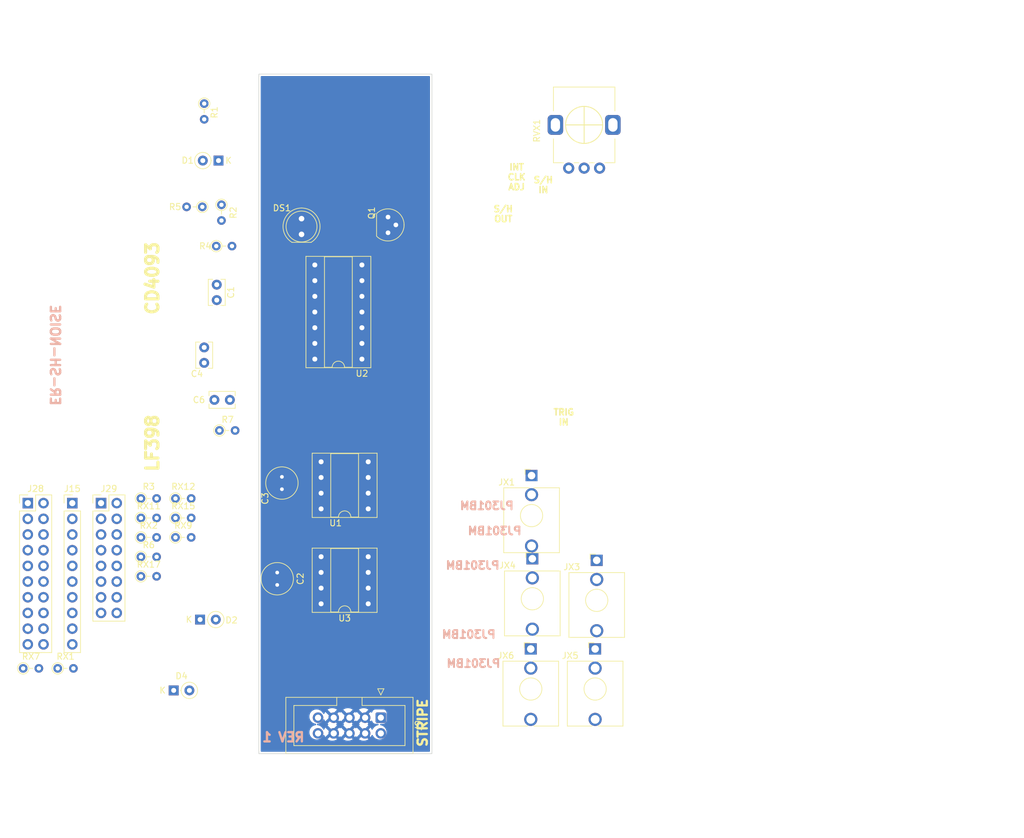
<source format=kicad_pcb>
(kicad_pcb (version 20211014) (generator pcbnew)
  (title_block (title "SYNTH-MIXER6-01") (date "2022-09-30") (rev "1") (company "LAND BOARDS, LLC"))
  (layers (0 "F.Cu" signal) (31 "B.Cu" signal) (34 "B.Paste" user) (35 "F.Paste" user) (36 "B.SilkS" user "B.Silkscreen") (37 "F.SilkS" user "F.Silkscreen") (38 "B.Mask" user) (39 "F.Mask" user) (44 "Edge.Cuts" user))
  (net 0 "")
  (net 1 "+12V")
  (net 2 "-12V")
  (net 3 "/POT1-2")
  (net 4 "Net-(C3-Pad1)")
  (net 5 "Net-(C6-Pad2)")
  (net 6 "/J1-T")
  (net 7 "Net-(C2-Pad1)")
  (net 8 "Net-(D1-Pad2)")
  (net 9 "Net-(D2-Pad1)")
  (net 10 "Net-(C6-Pad1)")
  (net 11 "GND")
  (net 12 "/LED-")
  (net 15 "/SAM_CLK")
  (net 17 "/INT_CLK")
  (net 20 "Net-(DS1-Pad2)")
  (net 27 "/SH_OUT_2")
  (net 28 "/SH_OUT2")
  (net 29 "Net-(R5-Pad2)")
  (net 31 "Net-(U2-Pad10)")
  (net 32 "-12VA")
  (net 33 "+12VA")
  (net 46 "/J4-T")
  (net 48 "/J6-T")
  (net 50 "/J3-T")
  (net 52 "/J5-T")
  (net 53 "Net-(JX1-PadT)")
  (net 54 "Net-(JX1-PadTN)")
  (net 55 "Net-(JX3-PadT)")
  (net 56 "Net-(JX5-PadT)")
  (net 57 "Net-(Q1-Pad3)")
  (net 58 "Net-(RVX1-Pad2)")
  (footprint "Connector_PinHeader_2.54mm:PinHeader_1x10_P2.54mm_Vertical" (layer "F.Cu") (at 68.326 78.9432)
    (fp_text reference "J15" (at 0 -2.33) (layer "F.SilkS"))
    (fp_text value "Conn_01x10")
    (fp_line (start -1.33 24.19) (end 1.33 24.19) (layer "F.SilkS") (width 0.12))
    (fp_line (start -1.33 1.27) (end -1.33 24.19) (layer "F.SilkS") (width 0.12))
    (fp_line (start -1.33 1.27) (end 1.33 1.27) (layer "F.SilkS") (width 0.12))
    (fp_line (start -1.33 0) (end -1.33 -1.33) (layer "F.SilkS") (width 0.12))
    (fp_line (start 1.33 1.27) (end 1.33 24.19) (layer "F.SilkS") (width 0.12))
    (fp_line (start -1.33 -1.33) (end 0 -1.33) (layer "F.SilkS") (width 0.12))
    (pad "1" thru_hole rect (at 0 0) (size 1.7 1.7) (drill 1) (layers *.Cu *.Mask) (net 1 "+12V"))
    (pad "2" thru_hole oval (at 0 2.54) (size 1.7 1.7) (drill 1) (layers *.Cu *.Mask) (net 1 "+12V"))
    (pad "3" thru_hole oval (at 0 5.08) (size 1.7 1.7) (drill 1) (layers *.Cu *.Mask) (net 1 "+12V"))
    (pad "4" thru_hole oval (at 0 7.62) (size 1.7 1.7) (drill 1) (layers *.Cu *.Mask) (net 1 "+12V"))
    (pad "5" thru_hole oval (at 0 10.16) (size 1.7 1.7) (drill 1) (layers *.Cu *.Mask) (net 1 "+12V"))
    (pad "6" thru_hole oval (at 0 12.7) (size 1.7 1.7) (drill 1) (layers *.Cu *.Mask) (net 2 "-12V"))
    (pad "7" thru_hole oval (at 0 15.24) (size 1.7 1.7) (drill 1) (layers *.Cu *.Mask) (net 2 "-12V"))
    (pad "8" thru_hole oval (at 0 17.78) (size 1.7 1.7) (drill 1) (layers *.Cu *.Mask) (net 2 "-12V"))
    (pad "9" thru_hole oval (at 0 20.32) (size 1.7 1.7) (drill 1) (layers *.Cu *.Mask) (net 2 "-12V"))
    (pad "10" thru_hole oval (at 0 22.86) (size 1.7 1.7) (drill 1) (layers *.Cu *.Mask) (net 2 "-12V"))
  )
  (footprint "Package_DIP:DIP-8_W7.62mm_Socket_LongPads" (layer "F.Cu") (at 116.195 79.873 180)
    (fp_text reference "U1" (at 5.273192 -2.296008) (layer "F.SilkS"))
    (fp_text value "LF398_DIP8")
    (fp_line (start 9.06 -1.39) (end -1.44 -1.39) (layer "F.SilkS") (width 0.12))
    (fp_line (start 6.06 8.95) (end 6.06 -1.33) (layer "F.SilkS") (width 0.12))
    (fp_line (start 6.06 -1.33) (end 4.81 -1.33) (layer "F.SilkS") (width 0.12))
    (fp_line (start 9.06 9.01) (end 9.06 -1.39) (layer "F.SilkS") (width 0.12))
    (fp_line (start 1.56 -1.33) (end 1.56 8.95) (layer "F.SilkS") (width 0.12))
    (fp_line (start 1.56 8.95) (end 6.06 8.95) (layer "F.SilkS") (width 0.12))
    (fp_line (start -1.44 -1.39) (end -1.44 9.01) (layer "F.SilkS") (width 0.12))
    (fp_line (start 2.81 -1.33) (end 1.56 -1.33) (layer "F.SilkS") (width 0.12))
    (fp_line (start -1.44 9.01) (end 9.06 9.01) (layer "F.SilkS") (width 0.12))
    (fp_arc (start 4.81 -1.33) (mid 3.81 -0.33) (end 2.81 -1.33) (layer "F.SilkS") (width 0.12))
    (pad "1" thru_hole rect (at 0 0 180) (size 2.4 1.6) (drill 0.8) (layers *.Cu *.Mask) (net 1 "+12V"))
    (pad "2" thru_hole oval (at 0 2.54 180) (size 2.4 1.6) (drill 0.8) (layers *.Cu *.Mask))
    (pad "3" thru_hole oval (at 0 5.08 180) (size 2.4 1.6) (drill 0.8) (layers *.Cu *.Mask) (net 50 "/J3-T"))
    (pad "4" thru_hole oval (at 0 7.62 180) (size 2.4 1.6) (drill 0.8) (layers *.Cu *.Mask) (net 2 "-12V"))
    (pad "5" thru_hole oval (at 7.62 7.62 180) (size 2.4 1.6) (drill 0.8) (layers *.Cu *.Mask) (net 46 "/J4-T"))
    (pad "6" thru_hole oval (at 7.62 5.08 180) (size 2.4 1.6) (drill 0.8) (layers *.Cu *.Mask) (net 4 "Net-(C3-Pad1)"))
    (pad "7" thru_hole oval (at 7.62 2.54 180) (size 2.4 1.6) (drill 0.8) (layers *.Cu *.Mask) (net 11 "GND"))
    (pad "8" thru_hole oval (at 7.62 0 180) (size 2.4 1.6) (drill 0.8) (layers *.Cu *.Mask) (net 15 "/SAM_CLK"))
  )
  (footprint "Resistor_THT:R_Axial_DIN0204_L3.6mm_D1.6mm_P2.54mm_Vertical" (layer "F.Cu") (at 65.966 105.6932)
    (fp_text reference "RX1" (at 1.27 -1.92) (layer "F.SilkS"))
    (fp_text value "2.2K")
    (fp_line (start 0.92 0) (end 1.54 0) (layer "F.SilkS") (width 0.12))
    (fp_circle (center 0 0) (end 0.92 0) (layer "F.SilkS") (width 0.12) (fill none))
    (pad "1" thru_hole circle (at 0 0) (size 1.4 1.4) (drill 0.7) (layers *.Cu *.Mask) (net 3 "/POT1-2"))
    (pad "2" thru_hole oval (at 2.54 0) (size 1.4 1.4) (drill 0.7) (layers *.Cu *.Mask) (net 58 "Net-(RVX1-Pad2)"))
  )
  (footprint "Diode_THT:D_DO-35_SOD27_P2.54mm_Vertical_KathodeUp" (layer "F.Cu") (at 88.998315 97.79)
    (fp_text reference "D2" (at 5.083285 0.1016) (layer "F.SilkS"))
    (fp_text value "1N5218")
    (fp_text user "K" (at -1.8 0) (layer "F.SilkS"))
    (fp_line (start 1.213629 0) (end 1.1 0) (layer "F.SilkS") (width 0.12))
    (fp_circle (center 2.54 0) (end 3.866371 0) (layer "F.SilkS") (width 0.12) (fill none))
    (pad "1" thru_hole rect (at 0 0) (size 1.6 1.6) (drill 0.8) (layers *.Cu *.Mask) (net 9 "Net-(D2-Pad1)"))
    (pad "2" thru_hole oval (at 2.54 0) (size 1.6 1.6) (drill 0.8) (layers *.Cu *.Mask) (net 2 "-12V"))
  )
  (footprint "Connector_Audio:Jack_3.5mm_QingPu_WQP-PJ398SM_Vertical_CircularHoles" (layer "F.Cu") (at 142.494 102.551)
    (fp_text reference "JX6" (at -4.03 1.08 180) (layer "F.SilkS"))
    (fp_text value "PJ398")
    (fp_line (start 4.5 12.48) (end 0.5 12.48) (layer "F.SilkS") (width 0.12))
    (fp_line (start -0.35 1.98) (end -4.5 1.98) (layer "F.SilkS") (width 0.12))
    (fp_line (start -1.06 -1) (end -0.2 -1) (layer "F.SilkS") (width 0.12))
    (fp_line (start -1.06 -1) (end -1.06 -0.2) (layer "F.SilkS") (width 0.12))
    (fp_line (start -4.5 1.98) (end -4.5 12.48) (layer "F.SilkS") (width 0.12))
    (fp_line (start -0.5 12.48) (end -4.5 12.48) (layer "F.SilkS") (width 0.12))
    (fp_line (start 4.5 1.98) (end 0.35 1.98) (layer "F.SilkS") (width 0.12))
    (fp_line (start 4.5 1.98) (end 4.5 12.48) (layer "F.SilkS") (width 0.12))
    (fp_circle (center 0 6.48) (end 1.8 6.48) (layer "F.SilkS") (width 0.12) (fill none))
    (pad "S" thru_hole rect (at 0 0 180) (size 1.93 1.83) (drill 1.22) (layers *.Cu *.Mask) (net 11 "GND"))
    (pad "T" thru_hole circle (at 0 11.4 180) (size 2.13 2.13) (drill 1.43) (layers *.Cu *.Mask) (net 28 "/SH_OUT2"))
    (pad "TN" thru_hole circle (at 0 3.1 180) (size 2.13 2.13) (drill 1.42) (layers *.Cu *.Mask))
  )
  (footprint "Package_DIP:DIP-14_W7.62mm_Socket_LongPads" (layer "F.Cu") (at 115.179 55.631 180)
    (fp_text reference "U2" (at -0.01 -2.33) (layer "F.SilkS"))
    (fp_text value "CD4093")
    (fp_line (start 1.56 16.57) (end 6.06 16.57) (layer "F.SilkS") (width 0.12))
    (fp_line (start 6.06 -1.33) (end 4.81 -1.33) (layer "F.SilkS") (width 0.12))
    (fp_line (start -1.44 16.63) (end 9.06 16.63) (layer "F.SilkS") (width 0.12))
    (fp_line (start 9.06 -1.39) (end -1.44 -1.39) (layer "F.SilkS") (width 0.12))
    (fp_line (start 1.56 -1.33) (end 1.56 16.57) (layer "F.SilkS") (width 0.12))
    (fp_line (start -1.44 -1.39) (end -1.44 16.63) (layer "F.SilkS") (width 0.12))
    (fp_line (start 9.06 16.63) (end 9.06 -1.39) (layer "F.SilkS") (width 0.12))
    (fp_line (start 6.06 16.57) (end 6.06 -1.33) (layer "F.SilkS") (width 0.12))
    (fp_line (start 2.81 -1.33) (end 1.56 -1.33) (layer "F.SilkS") (width 0.12))
    (fp_arc (start 4.81 -1.33) (mid 3.81 -0.33) (end 2.81 -1.33) (layer "F.SilkS") (width 0.12))
    (pad "1" thru_hole rect (at 0 0 180) (size 2.4 1.6) (drill 0.8) (layers *.Cu *.Mask) (net 3 "/POT1-2"))
    (pad "2" thru_hole oval (at 0 2.54 180) (size 2.4 1.6) (drill 0.8) (layers *.Cu *.Mask) (net 3 "/POT1-2"))
    (pad "3" thru_hole oval (at 0 5.08 180) (size 2.4 1.6) (drill 0.8) (layers *.Cu *.Mask) (net 17 "/INT_CLK"))
    (pad "4" thru_hole oval (at 0 7.62 180) (size 2.4 1.6) (drill 0.8) (layers *.Cu *.Mask) (net 10 "Net-(C6-Pad1)"))
    (pad "5" thru_hole oval (at 0 10.16 180) (size 2.4 1.6) (drill 0.8) (layers *.Cu *.Mask) (net 57 "Net-(Q1-Pad3)"))
    (pad "6" thru_hole oval (at 0 12.7 180) (size 2.4 1.6) (drill 0.8) (layers *.Cu *.Mask) (net 57 "Net-(Q1-Pad3)"))
    (pad "7" thru_hole oval (at 0 15.24 180) (size 2.4 1.6) (drill 0.8) (layers *.Cu *.Mask) (net 11 "GND"))
    (pad "8" thru_hole oval (at 7.62 15.24 180) (size 2.4 1.6) (drill 0.8) (layers *.Cu *.Mask) (net 5 "Net-(C6-Pad2)"))
    (pad "9" thru_hole oval (at 7.62 12.7 180) (size 2.4 1.6) (drill 0.8) (layers *.Cu *.Mask) (net 5 "Net-(C6-Pad2)"))
    (pad "10" thru_hole oval (at 7.62 10.16 180) (size 2.4 1.6) (drill 0.8) (layers *.Cu *.Mask) (net 31 "Net-(U2-Pad10)"))
    (pad "11" thru_hole oval (at 7.62 7.62 180) (size 2.4 1.6) (drill 0.8) (layers *.Cu *.Mask) (net 29 "Net-(R5-Pad2)"))
    (pad "12" thru_hole oval (at 7.62 5.08 180) (size 2.4 1.6) (drill 0.8) (layers *.Cu *.Mask) (net 31 "Net-(U2-Pad10)"))
    (pad "13" thru_hole oval (at 7.62 2.54 180) (size 2.4 1.6) (drill 0.8) (layers *.Cu *.Mask) (net 31 "Net-(U2-Pad10)"))
    (pad "14" thru_hole oval (at 7.62 0 180) (size 2.4 1.6) (drill 0.8) (layers *.Cu *.Mask) (net 1 "+12V"))
  )
  (footprint "Connector_Audio:Jack_3.5mm_QingPu_WQP-PJ398SM_Vertical_CircularHoles" (layer "F.Cu") (at 152.908 102.551)
    (fp_text reference "JX5" (at -4.03 1.08 180) (layer "F.SilkS"))
    (fp_text value "PJ398")
    (fp_line (start -4.5 1.98) (end -4.5 12.48) (layer "F.SilkS") (width 0.12))
    (fp_line (start 4.5 1.98) (end 4.5 12.48) (layer "F.SilkS") (width 0.12))
    (fp_line (start -1.06 -1) (end -0.2 -1) (layer "F.SilkS") (width 0.12))
    (fp_line (start -0.5 12.48) (end -4.5 12.48) (layer "F.SilkS") (width 0.12))
    (fp_line (start 4.5 12.48) (end 0.5 12.48) (layer "F.SilkS") (width 0.12))
    (fp_line (start -0.35 1.98) (end -4.5 1.98) (layer "F.SilkS") (width 0.12))
    (fp_line (start 4.5 1.98) (end 0.35 1.98) (layer "F.SilkS") (width 0.12))
    (fp_line (start -1.06 -1) (end -1.06 -0.2) (layer "F.SilkS") (width 0.12))
    (fp_circle (center 0 6.48) (end 1.8 6.48) (layer "F.SilkS") (width 0.12) (fill none))
    (pad "S" thru_hole rect (at 0 0 180) (size 1.93 1.83) (drill 1.22) (layers *.Cu *.Mask) (net 11 "GND"))
    (pad "T" thru_hole circle (at 0 11.4 180) (size 2.13 2.13) (drill 1.43) (layers *.Cu *.Mask) (net 56 "Net-(JX5-PadT)"))
    (pad "TN" thru_hole circle (at 0 3.1 180) (size 2.13 2.13) (drill 1.42) (layers *.Cu *.Mask))
  )
  (footprint "Capacitor_THT:C_Rect_L4.0mm_W2.5mm_P2.50mm" (layer "F.Cu") (at 91.694 43.581 -90)
    (fp_text reference "C1" (at 1.25 -2.286 90) (layer "F.SilkS"))
    (fp_text value "470nF")
    (fp_line (start 3.37 0.665) (end 3.37 1.37) (layer "F.SilkS") (width 0.12))
    (fp_line (start -0.87 -1.37) (end 3.37 -1.37) (layer "F.SilkS") (width 0.12))
    (fp_line (start -0.87 1.37) (end 3.37 1.37) (layer "F.SilkS") (width 0.12))
    (fp_line (start -0.87 -1.37) (end -0.87 -0.665) (layer "F.SilkS") (width 0.12))
    (fp_line (start 3.37 -1.37) (end 3.37 -0.665) (layer "F.SilkS") (width 0.12))
    (fp_line (start -0.87 0.665) (end -0.87 1.37) (layer "F.SilkS") (width 0.12))
    (pad "1" thru_hole circle (at 0 0 270) (size 1.6 1.6) (drill 0.8) (layers *.Cu *.Mask) (net 3 "/POT1-2"))
    (pad "2" thru_hole circle (at 2.5 0 270) (size 1.6 1.6) (drill 0.8) (layers *.Cu *.Mask) (net 11 "GND"))
  )
  (footprint "Connector_Audio:Jack_3.5mm_QingPu_WQP-PJ398SM_Vertical_CircularHoles" (layer "F.Cu") (at 153.162 88.2)
    (fp_text reference "JX3" (at -4.03 1.08 180) (layer "F.SilkS"))
    (fp_text value "PJ398")
    (fp_line (start -1.06 -1) (end -0.2 -1) (layer "F.SilkS") (width 0.12))
    (fp_line (start 4.5 1.98) (end 4.5 12.48) (layer "F.SilkS") (width 0.12))
    (fp_line (start 4.5 1.98) (end 0.35 1.98) (layer "F.SilkS") (width 0.12))
    (fp_line (start 4.5 12.48) (end 0.5 12.48) (layer "F.SilkS") (width 0.12))
    (fp_line (start -4.5 1.98) (end -4.5 12.48) (layer "F.SilkS") (width 0.12))
    (fp_line (start -1.06 -1) (end -1.06 -0.2) (layer "F.SilkS") (width 0.12))
    (fp_line (start -0.35 1.98) (end -4.5 1.98) (layer "F.SilkS") (width 0.12))
    (fp_line (start -0.5 12.48) (end -4.5 12.48) (layer "F.SilkS") (width 0.12))
    (fp_circle (center 0 6.48) (end 1.8 6.48) (layer "F.SilkS") (width 0.12) (fill none))
    (pad "S" thru_hole rect (at 0 0 180) (size 1.93 1.83) (drill 1.22) (layers *.Cu *.Mask) (net 11 "GND"))
    (pad "T" thru_hole circle (at 0 11.4 180) (size 2.13 2.13) (drill 1.43) (layers *.Cu *.Mask) (net 55 "Net-(JX3-PadT)"))
    (pad "TN" thru_hole circle (at 0 3.1 180) (size 2.13 2.13) (drill 1.42) (layers *.Cu *.Mask))
  )
  (footprint "Diode_THT:D_DO-35_SOD27_P2.54mm_Vertical_KathodeUp" (layer "F.Cu") (at 84.728 109.259371)
    (fp_text reference "D4" (at 1.27 -2.326371) (layer "F.SilkS"))
    (fp_text value "1N4148")
    (fp_text user "K" (at -1.8 0) (layer "F.SilkS"))
    (fp_line (start 1.213629 0) (end 1.1 0) (layer "F.SilkS") (width 0.12))
    (fp_circle (center 2.54 0) (end 3.866371 0) (layer "F.SilkS") (width 0.12) (fill none))
    (pad "1" thru_hole rect (at 0 0) (size 1.6 1.6) (drill 0.8) (layers *.Cu *.Mask) (net 6 "/J1-T"))
    (pad "2" thru_hole oval (at 2.54 0) (size 1.6 1.6) (drill 0.8) (layers *.Cu *.Mask) (net 11 "GND"))
  )
  (footprint "Resistor_THT:R_Axial_DIN0204_L3.6mm_D1.6mm_P2.54mm_Vertical" (layer "F.Cu") (at 89.358 30.988 180)
    (fp_text reference "R5" (at 4.395 0) (layer "F.SilkS"))
    (fp_text value "5.6K")
    (fp_line (start 0.92 0) (end 1.54 0) (layer "F.SilkS") (width 0.12))
    (fp_circle (center 0 0) (end 0.92 0) (layer "F.SilkS") (width 0.12) (fill none))
    (pad "1" thru_hole circle (at 0 0 180) (size 1.4 1.4) (drill 0.7) (layers *.Cu *.Mask) (net 15 "/SAM_CLK"))
    (pad "2" thru_hole oval (at 2.54 0 180) (size 1.4 1.4) (drill 0.7) (layers *.Cu *.Mask) (net 29 "Net-(R5-Pad2)"))
  )
  (footprint "Resistor_THT:R_Axial_DIN0204_L3.6mm_D1.6mm_P2.54mm_Vertical" (layer "F.Cu") (at 79.426 87.6432)
    (fp_text reference "R6" (at 1.27 -1.92) (layer "F.SilkS"))
    (fp_text value "1.8K")
    (fp_line (start 0.92 0) (end 1.54 0) (layer "F.SilkS") (width 0.12))
    (fp_circle (center 0 0) (end 0.92 0) (layer "F.SilkS") (width 0.12) (fill none))
    (pad "1" thru_hole circle (at 0 0) (size 1.4 1.4) (drill 0.7) (layers *.Cu *.Mask) (net 11 "GND"))
    (pad "2" thru_hole oval (at 2.54 0) (size 1.4 1.4) (drill 0.7) (layers *.Cu *.Mask) (net 15 "/SAM_CLK"))
  )
  (footprint "Connector_Audio:Jack_3.5mm_QingPu_WQP-PJ398SM_Vertical_CircularHoles" (layer "F.Cu") (at 142.748 87.946)
    (fp_text reference "JX4" (at -4.03 1.08 180) (layer "F.SilkS"))
    (fp_text value "PJ398")
    (fp_line (start -1.06 -1) (end -0.2 -1) (layer "F.SilkS") (width 0.12))
    (fp_line (start 4.5 1.98) (end 0.35 1.98) (layer "F.SilkS") (width 0.12))
    (fp_line (start -0.5 12.48) (end -4.5 12.48) (layer "F.SilkS") (width 0.12))
    (fp_line (start 4.5 1.98) (end 4.5 12.48) (layer "F.SilkS") (width 0.12))
    (fp_line (start 4.5 12.48) (end 0.5 12.48) (layer "F.SilkS") (width 0.12))
    (fp_line (start -1.06 -1) (end -1.06 -0.2) (layer "F.SilkS") (width 0.12))
    (fp_line (start -0.35 1.98) (end -4.5 1.98) (layer "F.SilkS") (width 0.12))
    (fp_line (start -4.5 1.98) (end -4.5 12.48) (layer "F.SilkS") (width 0.12))
    (fp_circle (center 0 6.48) (end 1.8 6.48) (layer "F.SilkS") (width 0.12) (fill none))
    (pad "S" thru_hole rect (at 0 0 180) (size 1.93 1.83) (drill 1.22) (layers *.Cu *.Mask) (net 11 "GND"))
    (pad "T" thru_hole circle (at 0 11.4 180) (size 2.13 2.13) (drill 1.43) (layers *.Cu *.Mask) (net 27 "/SH_OUT_2"))
    (pad "TN" thru_hole circle (at 0 3.1 180) (size 2.13 2.13) (drill 1.42) (layers *.Cu *.Mask))
  )
  (footprint "Package_DIP:DIP-8_W7.62mm_Socket_LongPads" (layer "F.Cu") (at 116.195 95.24 180)
    (fp_text reference "U3" (at 3.81 -2.33) (layer "F.SilkS"))
    (fp_text value "LF398_DIP8")
    (fp_line (start 1.56 8.95) (end 6.06 8.95) (layer "F.SilkS") (width 0.12))
    (fp_line (start -1.44 9.01) (end 9.06 9.01) (layer "F.SilkS") (width 0.12))
    (fp_line (start 9.06 -1.39) (end -1.44 -1.39) (layer "F.SilkS") (width 0.12))
    (fp_line (start 1.56 -1.33) (end 1.56 8.95) (layer "F.SilkS") (width 0.12))
    (fp_line (start -1.44 -1.39) (end -1.44 9.01) (layer "F.SilkS") (width 0.12))
    (fp_line (start 6.06 -1.33) (end 4.81 -1.33) (layer "F.SilkS") (width 0.12))
    (fp_line (start 9.06 9.01) (end 9.06 -1.39) (layer "F.SilkS") (width 0.12))
    (fp_line (start 2.81 -1.33) (end 1.56 -1.33) (layer "F.SilkS") (width 0.12))
    (fp_line (start 6.06 8.95) (end 6.06 -1.33) (layer "F.SilkS") (width 0.12))
    (fp_arc (start 4.81 -1.33) (mid 3.81 -0.33) (end 2.81 -1.33) (layer "F.SilkS") (width 0.12))
    (pad "1" thru_hole rect (at 0 0 180) (size 2.4 1.6) (drill 0.8) (layers *.Cu *.Mask) (net 1 "+12V"))
    (pad "2" thru_hole oval (at 0 2.54 180) (size 2.4 1.6) (drill 0.8) (layers *.Cu *.Mask))
    (pad "3" thru_hole oval (at 0 5.08 180) (size 2.4 1.6) (drill 0.8) (layers *.Cu *.Mask) (net 52 "/J5-T"))
    (pad "4" thru_hole oval (at 0 7.62 180) (size 2.4 1.6) (drill 0.8) (layers *.Cu *.Mask) (net 2 "-12V"))
    (pad "5" thru_hole oval (at 7.62 7.62 180) (size 2.4 1.6) (drill 0.8) (layers *.Cu *.Mask) (net 48 "/J6-T"))
    (pad "6" thru_hole oval (at 7.62 5.08 180) (size 2.4 1.6) (drill 0.8) (layers *.Cu *.Mask) (net 7 "Net-(C2-Pad1)"))
    (pad "7" thru_hole oval (at 7.62 2.54 180) (size 2.4 1.6) (drill 0.8) (layers *.Cu *.Mask) (net 11 "GND"))
    (pad "8" thru_hole oval (at 7.62 0 180) (size 2.4 1.6) (drill 0.8) (layers *.Cu *.Mask) (net 15 "/SAM_CLK"))
  )
  (footprint "Resistor_THT:R_Axial_DIN0204_L3.6mm_D1.6mm_P2.54mm_Vertical" (layer "F.Cu") (at 85.016 78.1932)
    (fp_text reference "RX12" (at 1.27 -1.92) (layer "F.SilkS"))
    (fp_text value "4.7K")
    (fp_line (start 0.92 0) (end 1.54 0) (layer "F.SilkS") (width 0.12))
    (fp_circle (center 0 0) (end 0.92 0) (layer "F.SilkS") (width 0.12) (fill none))
    (pad "1" thru_hole circle (at 0 0) (size 1.4 1.4) (drill 0.7) (layers *.Cu *.Mask) (net 53 "Net-(JX1-PadT)"))
    (pad "2" thru_hole oval (at 2.54 0) (size 1.4 1.4) (drill 0.7) (layers *.Cu *.Mask) (net 6 "/J1-T"))
  )
  (footprint "Resistor_THT:R_Axial_DIN0204_L3.6mm_D1.6mm_P2.54mm_Vertical" (layer "F.Cu") (at 79.426 81.3432)
    (fp_text reference "RX11" (at 1.27 -1.92) (layer "F.SilkS"))
    (fp_text value "4.7K")
    (fp_line (start 0.92 0) (end 1.54 0) (layer "F.SilkS") (width 0.12))
    (fp_circle (center 0 0) (end 0.92 0) (layer "F.SilkS") (width 0.12) (fill none))
    (pad "1" thru_hole circle (at 0 0) (size 1.4 1.4) (drill 0.7) (layers *.Cu *.Mask) (net 54 "Net-(JX1-PadTN)"))
    (pad "2" thru_hole oval (at 2.54 0) (size 1.4 1.4) (drill 0.7) (layers *.Cu *.Mask) (net 17 "/INT_CLK"))
  )
  (footprint "Connector_PinHeader_2.54mm:PinHeader_2x08_P2.54mm_Vertical" (layer "F.Cu") (at 72.976 78.9432)
    (fp_text reference "J29" (at 1.27 -2.33) (layer "F.SilkS"))
    (fp_text value "PROTO02_JACKS")
    (fp_line (start -1.33 0) (end -1.33 -1.33) (layer "F.SilkS") (width 0.12))
    (fp_line (start -1.33 19.11) (end 3.87 19.11) (layer "F.SilkS") (width 0.12))
    (fp_line (start -1.33 1.27) (end 1.27 1.27) (layer "F.SilkS") (width 0.12))
    (fp_line (start -1.33 -1.33) (end 0 -1.33) (layer "F.SilkS") (width 0.12))
    (fp_line (start 1.27 1.27) (end 1.27 -1.33) (layer "F.SilkS") (width 0.12))
    (fp_line (start 1.27 -1.33) (end 3.87 -1.33) (layer "F.SilkS") (width 0.12))
    (fp_line (start 3.87 -1.33) (end 3.87 19.11) (layer "F.SilkS") (width 0.12))
    (fp_line (start -1.33 1.27) (end -1.33 19.11) (layer "F.SilkS") (width 0.12))
    (pad "1" thru_hole rect (at 0 0) (size 1.7 1.7) (drill 1) (layers *.Cu *.Mask) (net 11 "GND"))
    (pad "2" thru_hole oval (at 2.54 0) (size 1.7 1.7) (drill 1) (layers *.Cu *.Mask) (net 11 "GND"))
    (pad "3" thru_hole oval (at 0 2.54) (size 1.7 1.7) (drill 1) (layers *.Cu *.Mask))
    (pad "4" thru_hole oval (at 2.54 2.54) (size 1.7 1.7) (drill 1) (layers *.Cu *.Mask))
    (pad "5" thru_hole oval (at 0 5.08) (size 1.7 1.7) (drill 1) (layers *.Cu *.Mask))
    (pad "6" thru_hole oval (at 2.54 5.08) (size 1.7 1.7) (drill 1) (layers *.Cu *.Mask) (net 46 "/J4-T"))
    (pad "7" thru_hole oval (at 0 7.62) (size 1.7 1.7) (drill 1) (layers *.Cu *.Mask))
    (pad "8" thru_hole oval (at 2.54 7.62) (size 1.7 1.7) (drill 1) (layers *.Cu *.Mask) (net 48 "/J6-T"))
    (pad "9" thru_hole oval (at 0 10.16) (size 1.7 1.7) (drill 1) (layers *.Cu *.Mask) (net 17 "/INT_CLK"))
    (pad "10" thru_hole oval (at 2.54 10.16) (size 1.7 1.7) (drill 1) (layers *.Cu *.Mask) (net 6 "/J1-T"))
    (pad "11" thru_hole oval (at 0 12.7) (size 1.7 1.7) (drill 1) (layers *.Cu *.Mask))
    (pad "12" thru_hole oval (at 2.54 12.7) (size 1.7 1.7) (drill 1) (layers *.Cu *.Mask) (net 50 "/J3-T"))
    (pad "13" thru_hole oval (at 0 15.24) (size 1.7 1.7) (drill 1) (layers *.Cu *.Mask))
    (pad "14" thru_hole oval (at 2.54 15.24) (size 1.7 1.7) (drill 1) (layers *.Cu *.Mask) (net 52 "/J5-T"))
    (pad "15" thru_hole oval (at 0 17.78) (size 1.7 1.7) (drill 1) (layers *.Cu *.Mask) (net 11 "GND"))
    (pad "16" thru_hole oval (at 2.54 17.78) (size 1.7 1.7) (drill 1) (layers *.Cu *.Mask) (net 11 "GND"))
  )
  (footprint "Connector_PinHeader_2.54mm:PinHeader_2x10_P2.54mm_Vertical" (layer "F.Cu") (at 61.126 78.9432)
    (fp_text reference "J28" (at 1.27 -2.33) (layer "F.SilkS"))
    (fp_text value "PROTO02_POTS")
    (fp_line (start -1.33 24.19) (end 3.87 24.19) (layer "F.SilkS") (width 0.12))
    (fp_line (start -1.33 1.27) (end -1.33 24.19) (layer "F.SilkS") (width 0.12))
    (fp_line (start 3.87 -1.33) (end 3.87 24.19) (layer "F.SilkS") (width 0.12))
    (fp_line (start 1.27 -1.33) (end 3.87 -1.33) (layer "F.SilkS") (width 0.12))
    (fp_line (start -1.33 0) (end -1.33 -1.33) (layer "F.SilkS") (width 0.12))
    (fp_line (start -1.33 -1.33) (end 0 -1.33) (layer "F.SilkS") (width 0.12))
    (fp_line (start 1.27 1.27) (end 1.27 -1.33) (layer "F.SilkS") (width 0.12))
    (fp_line (start -1.33 1.27) (end 1.27 1.27) (layer "F.SilkS") (width 0.12))
    (pad "1" thru_hole rect (at 0 0) (size 1.7 1.7) (drill 1) (layers *.Cu *.Mask) (net 1 "+12V"))
    (pad "2" thru_hole oval (at 2.54 0) (size 1.7 1.7) (drill 1) (layers *.Cu *.Mask))
    (pad "3" thru_hole oval (at 0 2.54) (size 1.7 1.7) (drill 1) (layers *.Cu *.Mask))
    (pad "4" thru_hole oval (at 2.54 2.54) (size 1.7 1.7) (drill 1) (layers *.Cu *.Mask))
    (pad "5" thru_hole oval (at 0 5.08) (size 1.7 1.7) (drill 1) (layers *.Cu *.Mask))
    (pad "6" thru_hole oval (at 2.54 5.08) (size 1.7 1.7) (drill 1) (layers *.Cu *.Mask))
    (pad "7" thru_hole oval (at 0 7.62) (size 1.7 1.7) (drill 1) (layers *.Cu *.Mask))
    (pad "8" thru_hole oval (at 2.54 7.62) (size 1.7 1.7) (drill 1) (layers *.Cu *.Mask))
    (pad "9" thru_hole oval (at 0 10.16) (size 1.7 1.7) (drill 1) (layers *.Cu *.Mask) (net 12 "/LED-"))
    (pad "10" thru_hole oval (at 2.54 10.16) (size 1.7 1.7) (drill 1) (layers *.Cu *.Mask))
    (pad "11" thru_hole oval (at 0 12.7) (size 1.7 1.7) (drill 1) (layers *.Cu *.Mask))
    (pad "12" thru_hole oval (at 2.54 12.7) (size 1.7 1.7) (drill 1) (layers *.Cu *.Mask))
    (pad "13" thru_hole oval (at 0 15.24) (size 1.7 1.7) (drill 1) (layers *.Cu *.Mask))
    (pad "14" thru_hole oval (at 2.54 15.24) (size 1.7 1.7) (drill 1) (layers *.Cu *.Mask))
    (pad "15" thru_hole oval (at 0 17.78) (size 1.7 1.7) (drill 1) (layers *.Cu *.Mask))
    (pad "16" thru_hole oval (at 2.54 17.78) (size 1.7 1.7) (drill 1) (layers *.Cu *.Mask))
    (pad "17" thru_hole oval (at 0 20.32) (size 1.7 1.7) (drill 1) (layers *.Cu *.Mask) (net 17 "/INT_CLK"))
    (pad "18" thru_hole oval (at 2.54 20.32) (size 1.7 1.7) (drill 1) (layers *.Cu *.Mask) (net 3 "/POT1-2"))
    (pad "19" thru_hole oval (at 0 22.86) (size 1.7 1.7) (drill 1) (layers *.Cu *.Mask))
    (pad "20" thru_hole oval (at 2.54 22.86) (size 1.7 1.7) (drill 1) (layers *.Cu *.Mask) (net 11 "GND"))
  )
  (footprint "Diode_THT:D_DO-35_SOD27_P2.54mm_Vertical_KathodeUp" (layer "F.Cu") (at 91.976686 23.495 180)
    (fp_text reference "D1" (at 4.981686 0.0254) (layer "F.SilkS"))
    (fp_text value "1N5218")
    (fp_text user "K" (at -1.622314 0) (layer "F.SilkS"))
    (fp_line (start 1.213629 0) (end 1.1 0) (layer "F.SilkS") (width 0.12))
    (fp_circle (center 2.54 0) (end 3.866371 0) (layer "F.SilkS") (width 0.12) (fill none))
    (pad "1" thru_hole rect (at 0 0 180) (size 1.6 1.6) (drill 0.8) (layers *.Cu *.Mask) (net 1 "+12V"))
    (pad "2" thru_hole oval (at 2.54 0 180) (size 1.6 1.6) (drill 0.8) (layers *.Cu *.Mask) (net 8 "Net-(D1-Pad2)"))
  )
  (footprint "Connector_IDC:IDC-Header_2x05_P2.54mm_Vertical" (layer "F.Cu") (at 118.237 113.6745 -90)
    (fp_text reference "J9" (at 1.27 -6.1 90) (layer "F.SilkS"))
    (fp_text value "HDR, IDC, 2x5")
    (fp_line (start 4.52 -3.91) (end 4.52 14.07) (layer "F.SilkS") (width 0.12))
    (fp_line (start 5.83 -5.21) (end 5.83 15.37) (layer "F.SilkS") (width 0.12))
    (fp_line (start -3.29 15.37) (end -3.29 -5.21) (layer "F.SilkS") (width 0.12))
    (fp_line (start 5.83 15.37) (end -3.29 15.37) (layer "F.SilkS") (width 0.12))
    (fp_line (start -1.98 14.07) (end -1.98 7.13) (layer "F.SilkS") (width 0.12))
    (fp_line (start -1.98 3.03) (end -1.98 -3.91) (layer "F.SilkS") (width 0.12))
    (fp_line (start -1.98 7.13) (end -1.98 7.13) (layer "F.SilkS") (width 0.12))
    (fp_line (start 4.52 14.07) (end -1.98 14.07) (layer "F.SilkS") (width 0.12))
    (fp_line (start -3.68 0) (end -4.68 -0.5) (layer "F.SilkS") (width 0.12))
    (fp_line (start -1.98 -3.91) (end 4.52 -3.91) (layer "F.SilkS") (width 0.12))
    (fp_line (start -1.98 7.13) (end -3.29 7.13) (layer "F.SilkS") (width 0.12))
    (fp_line (start -4.68 0.5) (end -3.68 0) (layer "F.SilkS") (width 0.12))
    (fp_line (start -3.29 3.03) (end -1.98 3.03) (layer "F.SilkS") (width 0.12))
    (fp_line (start -3.29 -5.21) (end 5.83 -5.21) (layer "F.SilkS") (width 0.12))
    (fp_line (start -4.68 -0.5) (end -4.68 0.5) (layer "F.SilkS") (width 0.12))
    (pad "1" thru_hole roundrect (at 0 0 270) (size 1.7 1.7) (drill 1) (layers *.Cu *.Mask) (roundrect_rratio 0.147059) (net 32 "-12VA"))
    (pad "2" thru_hole circle (at 2.54 0 270) (size 1.7 1.7) (drill 1) (layers *.Cu *.Mask) (net 32 "-12VA"))
    (pad "3" thru_hole circle (at 0 2.54 270) (size 1.7 1.7) (drill 1) (layers *.Cu *.Mask) (net 11 "GND"))
    (pad "4" thru_hole circle (at 2.54 2.54 270) (size 1.7 1.7) (drill 1) (layers *.Cu *.Mask) (net 11 "GND"))
    (pad "5" thru_hole circle (at 0 5.08 270) (size 1.7 1.7) (drill 1) (layers *.Cu *.Mask) (net 11 "GND"))
    (pad "6" thru_hole circle (at 2.54 5.08 270) (size 1.7 1.7) (drill 1) (layers *.Cu *.Mask) (net 11 "GND"))
    (pad "7" thru_hole circle (at 0 7.62 270) (size 1.7 1.7) (drill 1) (layers *.Cu *.Mask) (net 11 "GND"))
    (pad "8" thru_hole circle (at 2.54 7.62 270) (size 1.7 1.7) (drill 1) (layers *.Cu *.Mask) (net 11 "GND"))
    (pad "9" thru_hole circle (at 0 10.16 270) (size 1.7 1.7) (drill 1) (layers *.Cu *.Mask) (net 33 "+12VA"))
    (pad "10" thru_hole circle (at 2.54 10.16 270) (size 1.7 1.7) (drill 1) (layers *.Cu *.Mask) (net 33 "+12VA"))
  )
  (footprint "Resistor_THT:R_Axial_DIN0204_L3.6mm_D1.6mm_P2.54mm_Vertical" (layer "F.Cu") (at 85.016 81.3432)
    (fp_text reference "RX15" (at 1.27 -1.92) (layer "F.SilkS"))
    (fp_text value "1K")
    (fp_line (start 0.92 0) (end 1.54 0) (layer "F.SilkS") (width 0.12))
    (fp_circle (center 0 0) (end 0.92 0) (layer "F.SilkS") (width 0.12) (fill none))
    (pad "1" thru_hole circle (at 0 0) (size 1.4 1.4) (drill 0.7) (layers *.Cu *.Mask) (net 46 "/J4-T"))
    (pad "2" thru_hole oval (at 2.54 0) (size 1.4 1.4) (drill 0.7) (layers *.Cu *.Mask) (net 27 "/SH_OUT_2"))
  )
  (footprint "LandBoards_Conns:RV09ACF" (layer "F.Cu") (at 151.13 17.719 90)
    (fp_text reference "RVX1" (at -0.95 -7.65 90) (layer "F.SilkS"))
    (fp_text value "1M(B)")
    (fp_line (start -6.12 3.37) (end -6.12 4.97) (layer "F.SilkS") (width 0.12))
    (fp_line (start -6.12 4.97) (end -2.255 4.97) (layer "F.SilkS") (width 0.12))
    (fp_line (start -6.12 -1.629) (end -6.12 -0.87) (layer "F.SilkS") (width 0.12))
    (fp_line (start -6.12 -4.97) (end -6.12 -3.371) (layer "F.SilkS") (width 0.12))
    (fp_line (start -3 0) (end 3 0) (layer "F.SilkS") (width 0.15))
    (fp_line (start -6.12 0.871) (end -6.12 1.63) (layer "F.SilkS") (width 0.12))
    (fp_line (start 0 -3) (end 0 3) (layer "F.SilkS") (width 0.15))
    (fp_line (start 2.255 4.97) (end 6.12 4.97) (layer "F.SilkS") (width 0.12))
    (fp_line (start -6.12 -4.97) (end -2.255 -4.97) (layer "F.SilkS") (width 0.12))
    (fp_line (start 6.12 -4.97) (end 6.12 4.97) (layer "F.SilkS") (width 0.12))
    (fp_line (start 2.255 -4.97) (end 6.12 -4.97) (layer "F.SilkS") (width 0.12))
    (fp_circle (center 0 0) (end 3 0) (layer "F.SilkS") (width 0.15) (fill none))
    (pad "" np_thru_hole roundrect (at 0 -4.65 90) (size 3.2 2.5) (drill oval 2.2 1.5) (layers F&B.Cu *.Mask))
    (pad "" np_thru_hole roundrect (at 0 4.65 90) (size 3.2 2.5) (drill oval 2.2 1.5) (layers F&B.Cu *.Mask) (roundrect_rratio 0.2314814815))
    (pad "1" thru_hole circle (at -7 2.5 90) (size 1.8 1.8) (drill 1) (layers *.Cu *.Mask) (net 17 "/INT_CLK"))
    (pad "2" thru_hole circle (at -7 0 90) (size 1.8 1.8) (drill 1) (layers *.Cu *.Mask) (net 58 "Net-(RVX1-Pad2)"))
    (pad "3" thru_hole circle (at -7 -2.5 90) (size 1.8 1.8) (drill 1) (layers *.Cu *.Mask))
  )
  (footprint "Resistor_THT:R_Axial_DIN0204_L3.6mm_D1.6mm_P2.54mm_Vertical" (layer "F.Cu") (at 91.617 37.338)
    (fp_text reference "R4" (at -1.7772 0) (layer "F.SilkS"))
    (fp_text value "10K")
    (fp_line (start 0.92 0) (end 1.54 0) (layer "F.SilkS") (width 0.12))
    (fp_circle (center 0 0) (end 0.92 0) (layer "F.SilkS") (width 0.12) (fill none))
    (pad "1" thru_hole circle (at 0 0) (size 1.4 1.4) (drill 0.7) (layers *.Cu *.Mask) (net 11 "GND"))
    (pad "2" thru_hole oval (at 2.54 0) (size 1.4 1.4) (drill 0.7) (layers *.Cu *.Mask) (net 5 "Net-(C6-Pad2)"))
  )
  (footprint "Resistor_THT:R_Axial_DIN0204_L3.6mm_D1.6mm_P2.54mm_Vertical" (layer "F.Cu") (at 92.456 30.657 -90)
    (fp_text reference "R2" (at 1.27 -1.92 -90) (layer "F.SilkS"))
    (fp_text value "10")
    (fp_line (start 0.92 0) (end 1.54 0) (layer "F.SilkS") (width 0.12))
    (fp_circle (center 0 0) (end 0.92 0) (layer "F.SilkS") (width 0.12) (fill none))
    (pad "1" thru_hole circle (at 0 0 270) (size 1.4 1.4) (drill 0.7) (layers *.Cu *.Mask) (net 9 "Net-(D2-Pad1)"))
    (pad "2" thru_hole oval (at 2.54 0 270) (size 1.4 1.4) (drill 0.7) (layers *.Cu *.Mask) (net 32 "-12VA"))
  )
  (footprint "Resistor_THT:R_Axial_DIN0204_L3.6mm_D1.6mm_P2.54mm_Vertical" (layer "F.Cu") (at 60.376 105.6932)
    (fp_text reference "RX7" (at 1.27 -1.92) (layer "F.SilkS"))
    (fp_text value "4.7K")
    (fp_line (start 0.92 0) (end 1.54 0) (layer "F.SilkS") (width 0.12))
    (fp_circle (center 0 0) (end 0.92 0) (layer "F.SilkS") (width 0.12) (fill none))
    (pad "1" thru_hole circle (at 0 0) (size 1.4 1.4) (drill 0.7) (layers *.Cu *.Mask) (net 56 "Net-(JX5-PadT)"))
    (pad "2" thru_hole oval (at 2.54 0) (size 1.4 1.4) (drill 0.7) (layers *.Cu *.Mask) (net 52 "/J5-T"))
  )
  (footprint "Resistor_THT:R_Axial_DIN0204_L3.6mm_D1.6mm_P2.54mm_Vertical" (layer "F.Cu") (at 92.125 67.183)
    (fp_text reference "R7" (at 1.333 -1.762) (layer "F.SilkS"))
    (fp_text value "2.7K")
    (fp_line (start 0.92 0) (end 1.54 0) (layer "F.SilkS") (width 0.12))
    (fp_circle (center 0 0) (end 0.92 0) (layer "F.SilkS") (width 0.12) (fill none))
    (pad "1" thru_hole circle (at 0 0) (size 1.4 1.4) (drill 0.7) (layers *.Cu *.Mask) (net 57 "Net-(Q1-Pad3)"))
    (pad "2" thru_hole oval (at 2.54 0) (size 1.4 1.4) (drill 0.7) (layers *.Cu *.Mask) (net 1 "+12V"))
  )
  (footprint "Resistor_THT:R_Axial_DIN0204_L3.6mm_D1.6mm_P2.54mm_Vertical" (layer "F.Cu") (at 89.662 14.274 -90)
    (fp_text reference "R1" (at 1.4232 -1.651 -90) (layer "F.SilkS"))
    (fp_text value "10")
    (fp_line (start 0.92 0) (end 1.54 0) (layer "F.SilkS") (width 0.12))
    (fp_circle (center 0 0) (end 0.92 0) (layer "F.SilkS") (width 0.12) (fill none))
    (pad "1" thru_hole circle (at 0 0 270) (size 1.4 1.4) (drill 0.7) (layers *.Cu *.Mask) (net 33 "+12VA"))
    (pad "2" thru_hole oval (at 2.54 0 270) (size 1.4 1.4) (drill 0.7) (layers *.Cu *.Mask) (net 8 "Net-(D1-Pad2)"))
  )
  (footprint "Capacitor_THT:C_Rect_L4.0mm_W2.5mm_P2.50mm" (layer "F.Cu") (at 91.313 62.23)
    (fp_text reference "C6" (at -2.5 0) (layer "F.SilkS"))
    (fp_text value "470pF")
    (fp_line (start -0.87 -1.37) (end -0.87 -0.665) (layer "F.SilkS") (width 0.12))
    (fp_line (start 3.37 0.665) (end 3.37 1.37) (layer "F.SilkS") (width 0.12))
    (fp_line (start 3.37 -1.37) (end 3.37 -0.665) (layer "F.SilkS") (width 0.12))
    (fp_line (start -0.87 -1.37) (end 3.37 -1.37) (layer "F.SilkS") (width 0.12))
    (fp_line (start -0.87 1.37) (end 3.37 1.37) (layer "F.SilkS") (width 0.12))
    (fp_line (start -0.87 0.665) (end -0.87 1.37) (layer "F.SilkS") (width 0.12))
    (pad "1" thru_hole circle (at 0 0) (size 1.6 1.6) (drill 0.8) (layers *.Cu *.Mask) (net 10 "Net-(C6-Pad1)"))
    (pad "2" thru_hole circle (at 2.5 0) (size 1.6 1.6) (drill 0.8) (layers *.Cu *.Mask) (net 5 "Net-(C6-Pad2)"))
  )
  (footprint "Package_TO_SOT_THT:TO-92" (layer "F.Cu") (at 119.401 32.639 -90)
    (fp_text reference "Q1" (at -0.6604 2.6416 -270) (layer "F.SilkS"))
    (fp_text value "2N3904")
    (fp_line (start -0.53 1.85) (end 3.07 1.85) (layer "F.SilkS") (width 0.12))
    (fp_arc (start 1.27 -2.6) (mid 3.672087 -0.994977) (end 3.108478 1.838478) (layer "F.SilkS") (width 0.12))
    (fp_arc (start -0.568478 1.838478) (mid -1.132087 -0.994977) (end 1.27 -2.6) (layer "F.SilkS") (width 0.12))
    (pad "1" thru_hole rect (at 0 0 270) (size 1.3 1.3) (drill 0.75) (layers *.Cu *.Mask) (net 11 "GND"))
    (pad "2" thru_hole circle (at 1.27 -1.27 270) (size 1.3 1.3) (drill 0.75) (layers *.Cu *.Mask) (net 6 "/J1-T"))
    (pad "3" thru_hole circle (at 2.54 0 270) (size 1.3 1.3) (drill 0.75) (layers *.Cu *.Mask) (net 57 "Net-(Q1-Pad3)"))
  )
  (footprint "Capacitor_THT:C_Radial_D5.0mm_H7.0mm_P2.00mm" (layer "F.Cu") (at 101.473 90.186 -90)
    (fp_text reference "C2" (at 1 -3.75 90) (layer "F.SilkS"))
    (fp_text value "1nF Polystyrene")
    (fp_circle (center 1 0) (end 3.62 0) (layer "F.SilkS") (width 0.12) (fill none))
    (pad "1" thru_hole circle (at 0 0 270) (size 1.2 1.2) (drill 0.6) (layers *.Cu *.Mask) (net 7 "Net-(C2-Pad1)"))
    (pad "2" thru_hole circle (at 2 0 270) (size 1.2 1.2) (drill 0.6) (layers *.Cu *.Mask) (net 11 "GND"))
  )
  (footprint "Resistor_THT:R_Axial_DIN0204_L3.6mm_D1.6mm_P2.54mm_Vertical" (layer "F.Cu") (at 79.426 78.1932)
    (fp_text reference "R3" (at 1.27 -1.92) (layer "F.SilkS"))
    (fp_text value "10K")
    (fp_line (start 0.92 0) (end 1.54 0) (layer "F.SilkS") (width 0.12))
    (fp_circle (center 0 0) (end 0.92 0) (layer "F.SilkS") (width 0.12) (fill none))
    (pad "1" thru_hole circle (at 0 0) (size 1.4 1.4) (drill 0.7) (layers *.Cu *.Mask) (net 57 "Net-(Q1-Pad3)"))
    (pad "2" thru_hole oval (at 2.54 0) (size 1.4 1.4) (drill 0.7) (layers *.Cu *.Mask) (net 12 "/LED-"))
  )
  (footprint "Capacitor_THT:C_Rect_L4.0mm_W2.5mm_P2.50mm" (layer "F.Cu") (at 89.662 53.741 -90)
    (fp_text reference "C4" (at 4.2672 1.1684) (layer "F.SilkS"))
    (fp_text value "0.1uF")
    (fp_line (start 3.37 0.665) (end 3.37 1.37) (layer "F.SilkS") (width 0.12))
    (fp_line (start -0.87 1.37) (end 3.37 1.37) (layer "F.SilkS") (width 0.12))
    (fp_line (start -0.87 -1.37) (end -0.87 -0.665) (layer "F.SilkS") (width 0.12))
    (fp_line (start 3.37 -1.37) (end 3.37 -0.665) (layer "F.SilkS") (width 0.12))
    (fp_line (start -0.87 0.665) (end -0.87 1.37) (layer "F.SilkS") (width 0.12))
    (fp_line (start -0.87 -1.37) (end 3.37 -1.37) (layer "F.SilkS") (width 0.12))
    (pad "1" thru_hole circle (at 0 0 270) (size 1.6 1.6) (drill 0.8) (layers *.Cu *.Mask) (net 2 "-12V"))
    (pad "2" thru_hole circle (at 2.5 0 270) (size 1.6 1.6) (drill 0.8) (layers *.Cu *.Mask) (net 11 "GND"))
  )
  (footprint "Connector_Audio:Jack_3.5mm_QingPu_WQP-PJ398SM_Vertical_CircularHoles" (layer "F.Cu") (at 142.621 74.484)
    (fp_text reference "JX1" (at -4.03 1.08 180) (layer "F.SilkS"))
    (fp_text value "PJ398")
    (fp_line (start 4.5 1.98) (end 4.5 12.48) (layer "F.SilkS") (width 0.12))
    (fp_line (start 4.5 1.98) (end 0.35 1.98) (layer "F.SilkS") (width 0.12))
    (fp_line (start 4.5 12.48) (end 0.5 12.48) (layer "F.SilkS") (width 0.12))
    (fp_line (start -1.06 -1) (end -0.2 -1) (layer "F.SilkS") (width 0.12))
    (fp_line (start -1.06 -1) (end -1.06 -0.2) (layer "F.SilkS") (width 0.12))
    (fp_line (start -0.5 12.48) (end -4.5 12.48) (layer "F.SilkS") (width 0.12))
    (fp_line (start -0.35 1.98) (end -4.5 1.98) (layer "F.SilkS") (width 0.12))
    (fp_line (start -4.5 1.98) (end -4.5 12.48) (layer "F.SilkS") (width 0.12))
    (fp_circle (center 0 6.48) (end 1.8 6.48) (layer "F.SilkS") (width 0.12) (fill none))
    (pad "S" thru_hole rect (at 0 0 180) (size 1.93 1.83) (drill 1.22) (layers *.Cu *.Mask) (net 11 "GND"))
    (pad "T" thru_hole circle (at 0 11.4 180) (size 2.13 2.13) (drill 1.43) (layers *.Cu *.Mask) (net 53 "Net-(JX1-PadT)"))
    (pad "TN" thru_hole circle (at 0 3.1 180) (size 2.13 2.13) (drill 1.42) (layers *.Cu *.Mask) (net 54 "Net-(JX1-PadTN)"))
  )
  (footprint "Resistor_THT:R_Axial_DIN0204_L3.6mm_D1.6mm_P2.54mm_Vertical" (layer "F.Cu") (at 85.016 84.4932)
    (fp_text reference "RX9" (at 1.27 -1.92) (layer "F.SilkS"))
    (fp_text value "4.7K")
    (fp_line (start 0.92 0) (end 1.54 0) (layer "F.SilkS") (width 0.12))
    (fp_circle (center 0 0) (end 0.92 0) (layer "F.SilkS") (width 0.12) (fill none))
    (pad "1" thru_hole circle (at 0 0) (size 1.4 1.4) (drill 0.7) (layers *.Cu *.Mask) (net 55 "Net-(JX3-PadT)"))
    (pad "2" thru_hole oval (at 2.54 0) (size 1.4 1.4) (drill 0.7) (layers *.Cu *.Mask) (net 50 "/J3-T"))
  )
  (footprint "Capacitor_THT:C_Radial_D5.0mm_H7.0mm_P2.00mm" (layer "F.Cu") (at 102.235 74.692 -90)
    (fp_text reference "C3" (at 3.5 2.72 -270) (layer "F.SilkS"))
    (fp_text value "1nF Polystyrene")
    (fp_circle (center 1 0) (end 3.62 0) (layer "F.SilkS") (width 0.12) (fill none))
    (pad "1" thru_hole circle (at 0 0 270) (size 1.2 1.2) (drill 0.6) (layers *.Cu *.Mask) (net 4 "Net-(C3-Pad1)"))
    (pad "2" thru_hole circle (at 2 0 270) (size 1.2 1.2) (drill 0.6) (layers *.Cu *.Mask) (net 11 "GND"))
  )
  (footprint "Resistor_THT:R_Axial_DIN0204_L3.6mm_D1.6mm_P2.54mm_Vertical" (layer "F.Cu") (at 79.426 90.7932)
    (fp_text reference "RX17" (at 1.27 -1.92) (layer "F.SilkS"))
    (fp_text value "1K")
    (fp_line (start 0.92 0) (end 1.54 0) (layer "F.SilkS") (width 0.12))
    (fp_circle (center 0 0) (end 0.92 0) (layer "F.SilkS") (width 0.12) (fill none))
    (pad "1" thru_hole circle (at 0 0) (size 1.4 1.4) (drill 0.7) (layers *.Cu *.Mask) (net 48 "/J6-T"))
    (pad "2" thru_hole oval (at 2.54 0) (size 1.4 1.4) (drill 0.7) (layers *.Cu *.Mask) (net 28 "/SH_OUT2"))
  )
  (footprint "LED_THT:LED_D5.0mm" (layer "F.Cu") (at 105.41 35.438 90)
    (fp_text reference "DS1" (at 4.26 -3.175) (layer "F.SilkS"))
    (fp_text value "LED")
    (fp_line (start -1.29 -1.545) (end -1.29 1.545) (layer "F.SilkS") (width 0.12))
    (fp_arc (start -1.29 -1.54483) (mid 2.072002 -2.880433) (end 4.26 0.000462) (layer "F.SilkS") (width 0.12))
    (fp_arc (start 4.26 -0.000462) (mid 2.072002 2.880433) (end -1.29 1.54483) (layer "F.SilkS") (width 0.12))
    (fp_circle (center 1.27 0) (end 3.77 0) (layer "F.SilkS") (width 0.12) (fill none))
    (pad "1" thru_hole rect (at 0 0 90) (size 1.8 1.8) (drill 0.9) (layers *.Cu *.Mask) (net 12 "/LED-"))
    (pad "2" thru_hole circle (at 2.54 0 90) (size 1.8 1.8) (drill 0.9) (layers *.Cu *.Mask) (net 20 "Net-(DS1-Pad2)"))
  )
  (footprint "Resistor_THT:R_Axial_DIN0204_L3.6mm_D1.6mm_P2.54mm_Vertical" (layer "F.Cu") (at 79.426 84.4932)
    (fp_text reference "RX2" (at 1.27 -1.92) (layer "F.SilkS"))
    (fp_text value "2.2K")
    (fp_line (start 0.92 0) (end 1.54 0) (layer "F.SilkS") (width 0.12))
    (fp_circle (center 0 0) (end 0.92 0) (layer "F.SilkS") (width 0.12) (fill none))
    (pad "1" thru_hole circle (at 0 0) (size 1.4 1.4) (drill 0.7) (layers *.Cu *.Mask) (net 20 "Net-(DS1-Pad2)"))
    (pad "2" thru_hole oval (at 2.54 0) (size 1.4 1.4) (drill 0.7) (layers *.Cu *.Mask) (net 1 "+12V"))
  )
  (gr_rect (start 98.5 9.499996) (end 126.5 119.499996) (layer "Edge.Cuts") (width 0.1) (fill none))
  (gr_text "PJ301BM" (at 133.096 89.027) (layer "B.SilkS") (effects (font (size 1.27 1.27) (thickness 0.3175)) (justify mirror)))
  (gr_text "PJ301BM" (at 136.652 83.439) (layer "B.SilkS") (effects (font (size 1.27 1.27) (thickness 0.3175)) (justify mirror)))
  (gr_text "PJ301BM" (at 132.461 100.203) (layer "B.SilkS") (effects (font (size 1.27 1.27) (thickness 0.3175)) (justify mirror)))
  (gr_text "REV 1" (at 102.4636 116.84) (layer "B.SilkS") (effects (font (size 1.5 1.5) (thickness 0.375)) (justify mirror)))
  (gr_text "ER-SH-NOISE" (at 65.532 54.991 270) (layer "B.SilkS") (effects (font (size 1.5 1.5) (thickness 0.375)) (justify mirror)))
  (gr_text "PJ301BM" (at 133.223 104.902) (layer "B.SilkS") (effects (font (size 1.27 1.27) (thickness 0.3175)) (justify mirror)))
  (gr_text "PJ301BM" (at 135.382 79.375) (layer "B.SilkS") (effects (font (size 1.27 1.27) (thickness 0.3175)) (justify mirror)))
  (gr_text "INT\nCLK\nADJ" (at 140.208 26.162) (layer "F.SilkS") (effects (font (size 1 1) (thickness 0.25))))
  (gr_text "STRIPE" (at 125 114.5 90) (layer "F.SilkS") (effects (font (size 1.5 1.5) (thickness 0.375))))
  (gr_text "LF398" (at 81.28 69.215 90) (layer "F.SilkS") (effects (font (size 2 2) (thickness 0.5))))
  (gr_text "TRIG\nIN" (at 147.828 65.024) (layer "F.SilkS") (effects (font (size 1 1) (thickness 0.25))))
  (gr_text "S/H\nIN" (at 144.526 27.432) (layer "F.SilkS") (effects (font (size 1 1) (thickness 0.25))))
  (gr_text "S/H\nOUT" (at 138.049 32.131) (layer "F.SilkS") (effects (font (size 1 1) (thickness 0.25))))
  (gr_text "CD4093" (at 81.28 42.545 90) (layer "F.SilkS") (effects (font (size 2 2) (thickness 0.5))))
  (zone (net 11) (net_name "GND") (layer "B.Cu") (connect_pads (clearance 0.3048)) (min_thickness 0.254) (fill yes (thermal_gap 0.508) (thermal_bridge_width 0.508))
    (polygon (pts (xy 126.4 119.499996) (xy 98.4 119.499996) (xy 98.5 9.499996) (xy 126.4 9.5)))
  )
)
</source>
